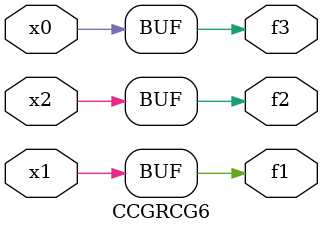
<source format=v>
module CCGRCG6(
	input x0, x1, x2,
	output f1, f2, f3
);
	assign f1 = x1;
	assign f2 = x2;
	assign f3 = x0;
endmodule

</source>
